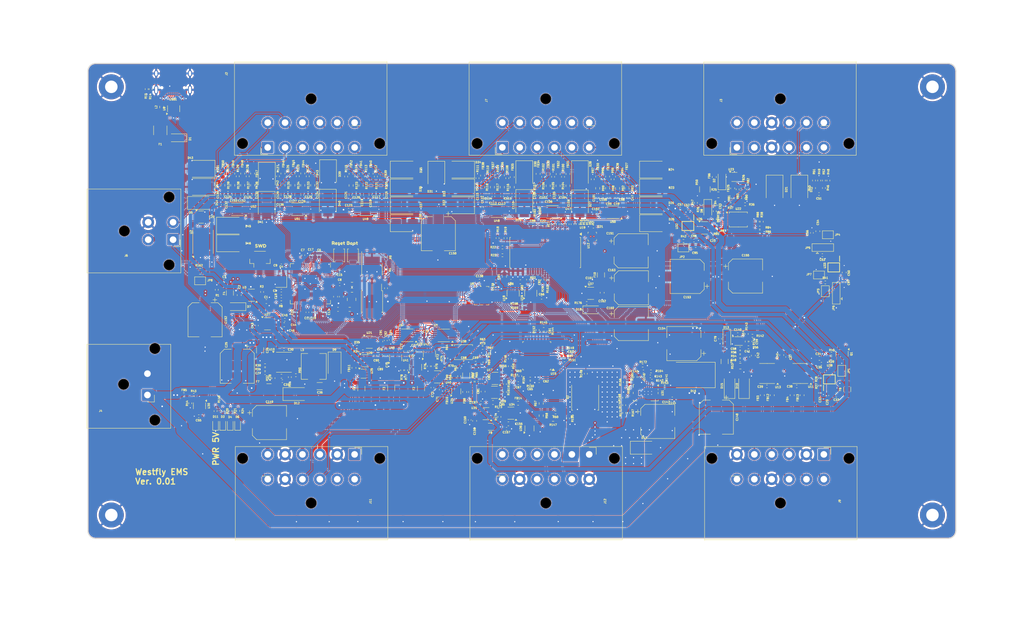
<source format=kicad_pcb>
(kicad_pcb
	(version 20241229)
	(generator "pcbnew")
	(generator_version "9.0")
	(general
		(thickness 1)
		(legacy_teardrops no)
	)
	(paper "A4")
	(title_block
		(date "2025-03-12")
		(rev "0.01")
		(company "Westfly")
	)
	(layers
		(0 "F.Cu" signal)
		(4 "In1.Cu" power "GND.Cu")
		(6 "In2.Cu" power "PWR.Cu")
		(2 "B.Cu" signal)
		(9 "F.Adhes" user "F.Adhesive")
		(11 "B.Adhes" user "B.Adhesive")
		(13 "F.Paste" user)
		(15 "B.Paste" user)
		(5 "F.SilkS" user "F.Silkscreen")
		(7 "B.SilkS" user "B.Silkscreen")
		(1 "F.Mask" user)
		(3 "B.Mask" user)
		(17 "Dwgs.User" user "User.Drawings")
		(19 "Cmts.User" user "User.Comments")
		(21 "Eco1.User" user "User.Eco1")
		(23 "Eco2.User" user "User.Eco2")
		(25 "Edge.Cuts" user)
		(27 "Margin" user)
		(31 "F.CrtYd" user "F.Courtyard")
		(29 "B.CrtYd" user "B.Courtyard")
		(35 "F.Fab" user)
		(33 "B.Fab" user)
	)
	(setup
		(stackup
			(layer "F.SilkS"
				(type "Top Silk Screen")
				(color "White")
			)
			(layer "F.Paste"
				(type "Top Solder Paste")
			)
			(layer "F.Mask"
				(type "Top Solder Mask")
				(color "Green")
				(thickness 0.01)
			)
			(layer "F.Cu"
				(type "copper")
				(thickness 0.035)
			)
			(layer "dielectric 1"
				(type "prepreg")
				(color "FR4 natural")
				(thickness 0.1)
				(material "FR4")
				(epsilon_r 4.5)
				(loss_tangent 0.02)
			)
			(layer "In1.Cu"
				(type "copper")
				(thickness 0.035)
			)
			(layer "dielectric 2"
				(type "core")
				(color "FR4 natural")
				(thickness 0.64)
				(material "FR4")
				(epsilon_r 4.5)
				(loss_tangent 0.02)
			)
			(layer "In2.Cu"
				(type "copper")
				(thickness 0.035)
			)
			(layer "dielectric 3"
				(type "prepreg")
				(color "FR4 natural")
				(thickness 0.1)
				(material "FR4")
				(epsilon_r 4.5)
				(loss_tangent 0.02)
			)
			(layer "B.Cu"
				(type "copper")
				(thickness 0.035)
			)
			(layer "B.Mask"
				(type "Bottom Solder Mask")
				(color "Green")
				(thickness 0.01)
			)
			(layer "B.Paste"
				(type "Bottom Solder Paste")
			)
			(layer "B.SilkS"
				(type "Bottom Silk Screen")
				(color "White")
			)
			(copper_finish "None")
			(dielectric_constraints no)
			(castellated_pads yes)
		)
		(pad_to_mask_clearance 0)
		(allow_soldermask_bridges_in_footprints no)
		(tenting front back)
		(pcbplotparams
			(layerselection 0x00000000_00000000_55555555_5755f5ff)
			(plot_on_all_layers_selection 0x00000000_00000000_00000000_00000000)
			(disableapertmacros no)
			(usegerberextensions yes)
			(usegerberattributes yes)
			(usegerberadvancedattributes yes)
			(creategerberjobfile no)
			(dashed_line_dash_ratio 12.000000)
			(dashed_line_gap_ratio 3.000000)
			(svgprecision 4)
			(plotframeref no)
			(mode 1)
			(useauxorigin no)
			(hpglpennumber 1)
			(hpglpenspeed 20)
			(hpglpendiameter 15.000000)
			(pdf_front_fp_property_popups yes)
			(pdf_back_fp_property_popups yes)
			(pdf_metadata yes)
			(pdf_single_document no)
			(dxfpolygonmode yes)
			(dxfimperialunits yes)
			(dxfusepcbnewfont yes)
			(psnegative no)
			(psa4output no)
			(plot_black_and_white yes)
			(plotinvisibletext no)
			(sketchpadsonfab no)
			(plotpadnumbers no)
			(hidednponfab no)
			(sketchdnponfab yes)
			(crossoutdnponfab yes)
			(subtractmaskfromsilk no)
			(outputformat 1)
			(mirror no)
			(drillshape 0)
			(scaleselection 1)
			(outputdirectory "gerb")
		)
	)
	(net 0 "")
	(net 1 "+3V3")
	(net 2 "GND")
	(net 3 "+5V")
	(net 4 "/~{RESET}")
	(net 5 "/USB_D-")
	(net 6 "/USB_D+")
	(net 7 "/SWDIO")
	(net 8 "/SWCLK")
	(net 9 "/GPIO5")
	(net 10 "/GPIO6")
	(net 11 "/GPIO7")
	(net 12 "/GPIO9")
	(net 13 "/GPIO4")
	(net 14 "/GPIO22")
	(net 15 "/GPIO23")
	(net 16 "/GPIO20")
	(net 17 "/GPIO21")
	(net 18 "/GPIO39")
	(net 19 "/GPIO26")
	(net 20 "Net-(U5-XIN)")
	(net 21 "Net-(U5-XOUT)")
	(net 22 "+1.1V")
	(net 23 "Net-(U5-VREG_XL)")
	(net 24 "/~{QSPI_CS_{0}}")
	(net 25 "/D-")
	(net 26 "/D+")
	(net 27 "/BOOTSEL")
	(net 28 "/QSPI_SD0")
	(net 29 "/QSPI_SD2")
	(net 30 "/QSPI_SD3")
	(net 31 "/QSPI_SD1")
	(net 32 "/QSPI_SCLK")
	(net 33 "unconnected-(U3-NC-Pad4)")
	(net 34 "Net-(U5-VREG_AVDD)")
	(net 35 "/CAN_L")
	(net 36 "/CAN_H")
	(net 37 "Net-(F1-Pad2)")
	(net 38 "Net-(USB1-DN1)")
	(net 39 "Net-(USB1-DP1)")
	(net 40 "unconnected-(USB1-SBU2-Pad3)")
	(net 41 "unconnected-(USB1-SBU1-Pad9)")
	(net 42 "Net-(USB1-CC2)")
	(net 43 "Net-(USB1-CC1)")
	(net 44 "unconnected-(U12-INT-Pad2)")
	(net 45 "Net-(D3-A)")
	(net 46 "Net-(D4-A)")
	(net 47 "Net-(D6-A)")
	(net 48 "Net-(D1-A)")
	(net 49 "SCL")
	(net 50 "SDA")
	(net 51 "Net-(D8-K)")
	(net 52 "Net-(U33-IN+)")
	(net 53 "Net-(D2-K)")
	(net 54 "unconnected-(U26-Pad3)")
	(net 55 "+2V5")
	(net 56 "Net-(U28-IN+)")
	(net 57 "Net-(U27-NR)")
	(net 58 "Net-(JP1-B)")
	(net 59 "Net-(Q1-D)")
	(net 60 "Net-(U32-IN+)")
	(net 61 "Net-(JP2-B)")
	(net 62 "Net-(JP3-B)")
	(net 63 "Net-(R26-Pad1)")
	(net 64 "Net-(R45-Pad2)")
	(net 65 "Net-(R46-Pad2)")
	(net 66 "/FUELFLOW")
	(net 67 "+12V")
	(net 68 "Net-(U30-+)")
	(net 69 "/BUSVOLT")
	(net 70 "unconnected-(U28-ZERO_EN-Pad6)")
	(net 71 "unconnected-(U28-N.C.-Pad3)")
	(net 72 "Net-(U38-4IN+)")
	(net 73 "/ALT_CURRENT")
	(net 74 "Net-(U38-1IN+)")
	(net 75 "Net-(U38-4IN-)")
	(net 76 "/Fuel Oil/ROTAX_T.OIL_OUT")
	(net 77 "Net-(U38-1IN-)")
	(net 78 "Net-(U38-3IN+)")
	(net 79 "Net-(U38-2IN+)")
	(net 80 "/Fuel Oil/ROTAX_P.OIL_OUT")
	(net 81 "Net-(U38-3IN-)")
	(net 82 "Net-(U38-2IN-)")
	(net 83 "unconnected-(U32-ZERO_EN-Pad6)")
	(net 84 "unconnected-(U32-N.C.-Pad3)")
	(net 85 "unconnected-(U33-N.C.-Pad3)")
	(net 86 "Net-(U42-+)")
	(net 87 "Net-(U40--)")
	(net 88 "Net-(U43-+)")
	(net 89 "Net-(U41--)")
	(net 90 "/Fuel Oil/LYC.P_OIL_OUT")
	(net 91 "/Fuel Oil/LYC.P_MAN_OUT")
	(net 92 "/GPIO15")
	(net 93 "COPI0")
	(net 94 "CIPO0")
	(net 95 "SCK0")
	(net 96 "unconnected-(U19-NC-Pad14)")
	(net 97 "unconnected-(U19-INTA-Pad20)")
	(net 98 "unconnected-(U19-GPA6-Pad27)")
	(net 99 "unconnected-(U19-GPA5-Pad26)")
	(net 100 "unconnected-(U19-NC-Pad11)")
	(net 101 "unconnected-(U19-INTB-Pad19)")
	(net 102 "unconnected-(U19-GPA7-Pad28)")
	(net 103 "Net-(U19-~{RESET})")
	(net 104 "Net-(U20--)")
	(net 105 "Net-(U21-+)")
	(net 106 "Net-(U22-4IN+)")
	(net 107 "Net-(U22-1IN+)")
	(net 108 "Net-(U22-4IN-)")
	(net 109 "Net-(U22-1IN-)")
	(net 110 "Net-(U22-3IN+)")
	(net 111 "Net-(U22-2IN+)")
	(net 112 "Net-(U22-3IN-)")
	(net 113 "Net-(U22-2IN-)")
	(net 114 "/Fuel Oil/LYC.P_FUEL_OUT")
	(net 115 "/Temperature/CS0")
	(net 116 "/Temperature/CS1")
	(net 117 "/Temperature/CS2")
	(net 118 "/Temperature/CS3")
	(net 119 "/Temperature/CS4")
	(net 120 "/Temperature/CS5")
	(net 121 "/Temperature/CS6")
	(net 122 "Net-(FB26-Pad2)")
	(net 123 "Net-(FB25-Pad2)")
	(net 124 "unconnected-(U25-Pad4)")
	(net 125 "unconnected-(U25-Pad5)")
	(net 126 "/EGT1+")
	(net 127 "/EGT1-")
	(net 128 "/EGT2+")
	(net 129 "/EGT2-")
	(net 130 "/EGT3+")
	(net 131 "/EGT3-")
	(net 132 "/EGT4+")
	(net 133 "/EGT4-")
	(net 134 "/CHT1+")
	(net 135 "/CHT1-")
	(net 136 "/CHT2+")
	(net 137 "/CHT2-")
	(net 138 "/CHT3+")
	(net 139 "/CHT3-")
	(net 140 "/CHT4+")
	(net 141 "/CHT4-")
	(net 142 "/TEMP1+")
	(net 143 "/TEMP1-")
	(net 144 "/TEMP2+")
	(net 145 "/TEMP2-")
	(net 146 "/TEMP3+")
	(net 147 "/TEMP3-")
	(net 148 "/TEMP4+")
	(net 149 "/TEMP4-")
	(net 150 "Net-(U50-AIN0)")
	(net 151 "Net-(U50-AIN1)")
	(net 152 "Net-(U50-AIN2)")
	(net 153 "Net-(U50-AIN3)")
	(net 154 "Net-(U47-AIN0)")
	(net 155 "Net-(U47-AIN1)")
	(net 156 "Net-(U47-AIN2)")
	(net 157 "Net-(U47-AIN3)")
	(net 158 "Net-(U48-AIN0)")
	(net 159 "Net-(U48-AIN1)")
	(net 160 "Net-(U48-AIN2)")
	(net 161 "Net-(U48-AIN3)")
	(net 162 "Net-(U49-AIN0)")
	(net 163 "Net-(U49-AIN1)")
	(net 164 "Net-(U49-AIN2)")
	(net 165 "Net-(U49-AIN3)")
	(net 166 "Net-(U51-AIN0)")
	(net 167 "Net-(U51-AIN1)")
	(net 168 "Net-(U51-AIN2)")
	(net 169 "Net-(U51-AIN3)")
	(net 170 "Net-(U52-AIN0)")
	(net 171 "Net-(U52-AIN1)")
	(net 172 "Net-(U52-AIN2)")
	(net 173 "Net-(U52-AIN3)")
	(net 174 "Net-(FB27-Pad2)")
	(net 175 "Net-(FB28-Pad2)")
	(net 176 "Net-(FB29-Pad2)")
	(net 177 "Net-(FB30-Pad2)")
	(net 178 "Net-(FB31-Pad2)")
	(net 179 "Net-(FB32-Pad2)")
	(net 180 "Net-(FB33-Pad2)")
	(net 181 "Net-(FB34-Pad2)")
	(net 182 "Net-(FB35-Pad2)")
	(net 183 "Net-(FB36-Pad2)")
	(net 184 "Net-(FB37-Pad2)")
	(net 185 "Net-(FB38-Pad2)")
	(net 186 "Net-(FB39-Pad2)")
	(net 187 "Net-(FB40-Pad2)")
	(net 188 "Net-(FB41-Pad2)")
	(net 189 "Net-(FB42-Pad2)")
	(net 190 "Net-(FB43-Pad2)")
	(net 191 "Net-(FB44-Pad2)")
	(net 192 "Net-(FB45-Pad2)")
	(net 193 "Net-(FB46-Pad2)")
	(net 194 "Net-(FB47-Pad2)")
	(net 195 "Net-(FB48-Pad2)")
	(net 196 "Net-(FB49-Pad2)")
	(net 197 "Net-(FB50-Pad2)")
	(net 198 "/ROTAX_CHT3_IN")
	(net 199 "/ROTAX_CHT2_IN")
	(net 200 "unconnected-(U23-Pad3)")
	(net 201 "unconnected-(U23-Pad1)")
	(net 202 "/TACHO_IGNITECH_IN")
	(net 203 "/TACHO_ROTAX_IN-")
	(net 204 "/TACHO_ROTAX_IN+")
	(net 205 "Net-(FB5-Pad1)")
	(net 206 "/TACHO_P")
	(net 207 "Net-(FB6-Pad2)")
	(net 208 "unconnected-(J12-Pin_9-Pad9)")
	(net 209 "unconnected-(J12-Pin_5-Pad5)")
	(net 210 "unconnected-(U9-AIN3-Pad7)")
	(net 211 "/ROTAX_T.OIL_IN")
	(net 212 "Net-(FB7-Pad2)")
	(net 213 "Net-(FB8-Pad2)")
	(net 214 "/ROTAX_P.OIL_IN")
	(net 215 "/GPIO34")
	(net 216 "/GPIO35")
	(net 217 "/GPIO33")
	(net 218 "/LYC_P.OIL_IN")
	(net 219 "Net-(J11-Pin_6)")
	(net 220 "/LYC_P.FUEL_IN")
	(net 221 "/LYC_P.MAN_IN")
	(net 222 "Net-(U40-+)")
	(net 223 "Net-(U41-+)")
	(net 224 "Net-(U20-+)")
	(net 225 "unconnected-(U28-INT_THRS-Pad9)")
	(net 226 "Net-(JP4-A)")
	(net 227 "Net-(JP5-C)")
	(net 228 "Net-(JP6-C)")
	(net 229 "Net-(JP7-B)")
	(net 230 "/FUELFLOW_IN")
	(net 231 "CS7")
	(net 232 "CS8")
	(net 233 "Net-(U10-SS)")
	(net 234 "Net-(U10-COMP)")
	(net 235 "Net-(C28-Pad2)")
	(net 236 "Net-(D9-K)")
	(net 237 "Net-(U10-BOOT)")
	(net 238 "Net-(D12-A)")
	(net 239 "Net-(D11-A)")
	(net 240 "Net-(D12-K)")
	(net 241 "Net-(U10-EN)")
	(net 242 "Net-(U10-VSENSE)")
	(net 243 "unconnected-(J3-Pin_12-Pad12)")
	(net 244 "unconnected-(J3-Pin_2-Pad2)")
	(net 245 "/ALT_SHUNT+")
	(net 246 "Net-(U11-+)")
	(net 247 "/BAT_SHUNT+")
	(net 248 "/ALT_SHUNT-")
	(net 249 "Net-(U11--)")
	(net 250 "/BAT_SHUNT-")
	(net 251 "Net-(U13--)")
	(net 252 "Net-(U13-+)")
	(net 253 "/BAT_CURRENT")
	(net 254 "Net-(C59-Pad2)")
	(net 255 "/Fuel Oil/ROTAX_P_4-20.OIL_OUT")
	(net 256 "/ROTAX_P_4-20.OIL_MEASURE")
	(net 257 "/ROTAX_P_4-20.OIL_12")
	(net 258 "unconnected-(J3-Pin_1-Pad1)")
	(net 259 "unconnected-(J3-Pin_11-Pad11)")
	(net 260 "Net-(J11-Pin_4)")
	(net 261 "Net-(J11-Pin_3)")
	(net 262 "/ROTAX_P.OIL_CONTACT_IN")
	(net 263 "Net-(J9-Pin_1)")
	(net 264 "unconnected-(J9-Pin_7-Pad7)")
	(net 265 "Net-(C61-Pad1)")
	(net 266 "Net-(U15-CM)")
	(net 267 "Net-(JP8-B)")
	(net 268 "Net-(U15-RST)")
	(net 269 "Net-(U15-CF)")
	(net 270 "Net-(C67-Pad2)")
	(net 271 "Net-(U15-RS)")
	(net 272 "Net-(U15-UP)")
	(net 273 "Net-(U15-RM)")
	(net 274 "Net-(R144-Pad1)")
	(net 275 "Net-(U15-US)")
	(net 276 "Net-(U15-DIAHD)")
	(net 277 "Net-(U15-RF)")
	(net 278 "Net-(U15-OSZ)")
	(net 279 "Net-(U15-UR)")
	(net 280 "CS9")
	(net 281 "Net-(U15-UA)")
	(net 282 "Net-(U18-+)")
	(net 283 "Net-(U16--)")
	(net 284 "Net-(U29-+)")
	(net 285 "Net-(U17--)")
	(net 286 "Net-(D14-K)")
	(net 287 "unconnected-(U6-B6-Pad14)")
	(net 288 "unconnected-(U6-A6-Pad7)")
	(net 289 "unconnected-(U6-B8-Pad12)")
	(net 290 "unconnected-(U6-B7-Pad13)")
	(net 291 "unconnected-(U6-A8-Pad9)")
	(net 292 "unconnected-(U6-A7-Pad8)")
	(net 293 "/o2sensors/CJ125_UR")
	(net 294 "/o2sensors/CJ125_UA")
	(net 295 "/o2sensors/COPI")
	(net 296 "/o2sensors/SCK")
	(net 297 "/o2sensors/CIPO")
	(net 298 "/CJ125 HEATER")
	(net 299 "/LSUIA1")
	(net 300 "/LSUVM1")
	(net 301 "/LSUIP1")
	(net 302 "Net-(R57-Pad1)")
	(net 303 "/o2sensors/LSU-HEAT-GATE_L")
	(net 304 "/o2sensors/CS9_L")
	(net 305 "unconnected-(U14A-+-Pad3)")
	(net 306 "unconnected-(U14A---Pad2)")
	(net 307 "unconnected-(U14-Pad1)")
	(net 308 "Net-(U14B-+)")
	(net 309 "Net-(U14B--)")
	(net 310 "/EN_O2")
	(net 311 "Net-(U31-ENTM)")
	(net 312 "Net-(U31-TIMER)")
	(net 313 "Net-(U31-SS)")
	(net 314 "/12_O2")
	(net 315 "Net-(U31-ISET)")
	(net 316 "Net-(U31-PD)")
	(net 317 "Net-(U31-FB)")
	(net 318 "/FB_O2")
	(net 319 "/FLTB_O2")
	(net 320 "unconnected-(U15-NO-Pad16)")
	(net 321 "unconnected-(U15-NO-Pad9)")
	(net 322 "unconnected-(U15-NO-Pad25)")
	(net 323 "unconnected-(U15-NO-Pad24)")
	(net 324 "unconnected-(U15-NO-Pad1)")
	(net 325 "Net-(R170-Pad2)")
	(net 326 "unconnected-(U12-NC-Pad7)")
	(net 327 "unconnected-(U12-NC-Pad7)_1")
	(net 328 "unconnected-(U12-NC-Pad7)_2")
	(net 329 "unconnected-(J5-PadMP)")
	(net 330 "unconnected-(J5-PadMP)_1")
	(net 331 "/AUTO_O2")
	(net 332 "/I_O2")
	(net 333 "/LED1")
	(net 334 "/LED2")
	(net 335 "/LED3")
	(net 336 "/~{QSPI_CS_{1}}")
	(net 337 "/ROTAX_CHT2_OUT")
	(net 338 "/TACHO_ROTAX_OUT")
	(net 339 "/TACHO_IGNITECH_OUT")
	(net 340 "/ROTAX_CHT3_OUT")
	(net 341 "/PG_02")
	(net 342 "/RX0")
	(net 343 "/TX0")
	(net 344 "/WIDEBAND_UR")
	(net 345 "/LSU-HEAT-GATE")
	(net 346 "/WIDEBAND_UA")
	(net 347 "/RX1")
	(net 348 "/TACHO_LYC_OUT")
	(net 349 "/TX1")
	(net 350 "unconnected-(U5-GPIO17-Pad17)")
	(net 351 "unconnected-(U19-GPA4-Pad25)")
	(net 352 "unconnected-(U19-GPA3-Pad24)")
	(net 353 "unconnected-(U19-GPA2-Pad23)")
	(net 354 "Net-(U8-VBUS)")
	(net 355 "Net-(U34-+)")
	(net 356 "Net-(U34--)")
	(net 357 "Net-(U35-+)")
	(net 358 "Net-(J12-Pin_7)")
	(net 359 "/EXTRA_05_45")
	(net 360 "/Fuel Oil/EXTRA_05_45_OUT")
	(net 361 "Net-(U3-VOUT)")
	(net 362 "unconnected-(U36-Pad4)")
	(net 363 "unconnected-(U36-Pad3)")
	(net 364 "unconnected-(U36-Pad5)")
	(net 365 "/LSUUN1")
	(net 366 "/power/LDO_EN")
	(net 367 "/power/VIN")
	(net 368 "unconnected-(U5-GPIO37-Pad46)")
	(net 369 "Net-(U37-VOUT)")
	(net 370 "unconnected-(U37-NC-Pad4)")
	(net 371 "+3.3VDAC")
	(net 372 "Net-(U37-EN)")
	(net 373 "Net-(D18-K)")
	(footprint "Resistor_SMD:R_0603_1608Metric" (layer "F.Cu") (at 80.1978 63.6016 -90))
	(footprint "Package_SO:MSOP-10_3x3mm_P0.5mm" (layer "F.Cu") (at 131.6192 101.9988 180))
	(footprint "Resistor_SMD:R_0402_1005Metric" (layer "F.Cu") (at 131.7598 109.7586))
	(footprint "Capacitor_SMD:C_0402_1005Metric" (layer "F.Cu") (at 149.4128 66.5304 -90))
	(footprint "Capacitor_SMD:C_0402_1005Metric" (layer "F.Cu") (at 109.2274 65.715))
	(footprint "Capacitor_SMD:C_0402_1005Metric" (layer "F.Cu") (at 91.7548 65.6134))
	(footprint "Capacitor_SMD:C_0402_1005Metric" (layer "F.Cu") (at 112.8668 66.0986 90))
	(footprint "Resistor_SMD:R_0402_1005Metric" (layer "F.Cu") (at 162.1128 61.4478 90))
	(footprint "Diode_SMD:D_SMA" (layer "F.Cu") (at 103.6928 109.7586 -90))
	(footprint "Westfly:HRO-TYPE-C-31-M-12" (layer "F.Cu") (at 62.3944 32.4064 180))
	(footprint "Inductor_SMD:L_0603_1608Metric" (layer "F.Cu") (at 158.3056 60.711 -90))
	(footprint "Resistor_SMD:R_0402_1005Metric" (layer "F.Cu") (at 177.937 113.973 90))
	(footprint "Capacitor_SMD:C_0402_1005Metric" (layer "F.Cu") (at 158.506 66.2256 -90))
	(footprint "Resistor_SMD:R_0805_2012Metric" (layer "F.Cu") (at 159.5728 123.2206 180))
	(footprint "Capacitor_SMD:C_1206_3216Metric" (layer "F.Cu") (at 84.6428 105.8216 -90))
	(footprint "Inductor_SMD:L_0603_1608Metric" (layer "F.Cu") (at 220.7106 117.3005 90))
	(footprint "Resistor_SMD:R_0402_1005Metric" (layer "F.Cu") (at 208.671 68.4582))
	(footprint "Capacitor_SMD:C_0603_1608Metric" (layer "F.Cu") (at 125.4098 106.2026 -90))
	(footprint "Diode_SMD:D_SMB" (layer "F.Cu") (at 166.4308 68.4836 -90))
	(footprint "Resistor_SMD:R_0402_1005Metric" (layer "F.Cu") (at 177.2826 62.0862 90))
	(footprint "Package_TO_SOT_SMD:SOT-23-5" (layer "F.Cu") (at 112.5773 103.7236))
	(footprint "Resistor_SMD:R_0402_1005Metric" (layer "F.Cu") (at 162.0112 73.5638 -90))
	(footprint "Westfly:SOP50P490X110-10N" (layer "F.Cu") (at 194.05 74.0052 -90))
	(footprint "Capacitor_SMD:C_0402_1005Metric" (layer "F.Cu") (at 127.0608 101.8846 180))
	(footprint "Resistor_SMD:R_0402_1005Metric" (layer "F.Cu") (at 211.9215 72.9012 -90))
	(footprint "Capacitor_SMD:C_0402_1005Metric" (layer "F.Cu") (at 101.0942 96.0912 -90))
	(footprint "Capacitor_SMD:C_0402_1005Metric" (layer "F.Cu") (at 156.6518 100.9956 -90))
	(footprint "Package_TO_SOT_SMD:SOT-23-5" (layer "F.Cu") (at 148.7833 121.8896 180))
	(footprint "Capacitor_SMD:C_0603_1608Metric" (layer "F.Cu") (at 147.1268 87.0256 90))
	(footprint "Resistor_SMD:R_0402_1005Metric" (layer "F.Cu") (at 212.4315 75.4432 180))
	(footprint "Resistor_SMD:R_0402_1005Metric" (layer "F.Cu") (at 212.4295 74.4272))
	(footprint "Resistor_SMD:R_0402_1005Metric" (layer "F.Cu") (at 172.2446 62.0882 90))
	(footprint "Resistor_SMD:R_0402_1005Metric" (layer "F.Cu") (at 163.2812 73.5598 -90))
	(footprint "Capacitor_SMD:C_0402_1005Metric" (layer "F.Cu") (at 90.2308 100.6908))
	(footprint "Jumper:SolderJumper-2_P1.3mm_Open_TrianglePad1.0x1.5mm" (layer "F.Cu") (at 229.1942 90.7036 90))
	(footprint "Resistor_SMD:R_0402_1005Metric" (layer "F.Cu") (at 148.5238 107.9806 90))
	(footprint "Package_TO_SOT_SMD:SOT-23-5" (layer "F.Cu") (at 144.5813 116.5556 180))
	(footprint "Resistor_SMD:R_0402_1005Metric" (layer "F.Cu") (at 147.2538 116.4916 90))
	(footprint "Capacitor_SMD:C_0402_1005Metric"
		(layer "F.Cu")
		(uuid "15744ecf-89a4-4786-8281-1d2eb8e2f65c")
		(at 200.416 76.8402)
		(descr "Capacitor SMD 0402 (1005 Metric), square (rectangular) end terminal, IPC_7351 nominal, (Body size source: IPC-SM-782 page 76, https://www.pcb-3d.com/wordpress/wp-content/u
... [6848012 chars truncated]
</source>
